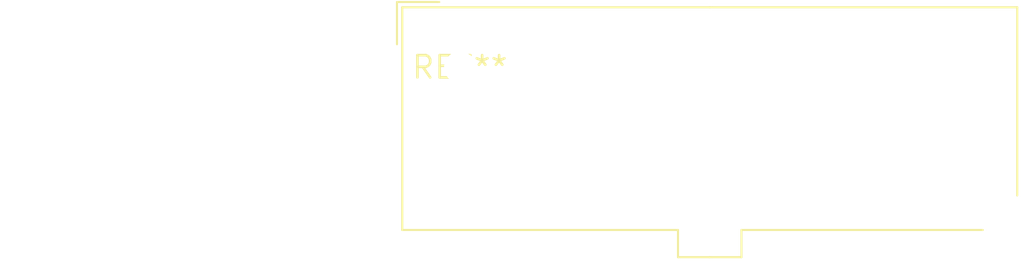
<source format=kicad_pcb>
(kicad_pcb (version 20240108) (generator pcbnew)
  (layers (0 "F.Cu" signal) (31 "B.Cu" signal) (34 "B.Paste" user) (35 "F.Paste" user) (36 "B.SilkS" user "B.Silkscreen") (37 "F.SilkS" user "F.Silkscreen") (38 "B.Mask" user) (39 "F.Mask" user) (44 "Edge.Cuts" user))
  (net 0 "")
  (footprint "Molex_Mega-Fit_76829-0112_2x06_P5.70mm_Vertical" (layer "F.Cu") (at 0 0)
    (property "Reference" "REF**")
    (property "Value" "Molex_Mega-Fit_76829-0112_2x06_P5.70mm_Vertical")
    (fp_line (start -3.585 -3.72) (end -1.175 -3.72) (layer "F.SilkS") (stroke (width 0.12)))
    (fp_line (start -3.585 -1.31) (end -3.585 -3.72) (layer "F.SilkS") (stroke (width 0.12)))
    (fp_line (start -3.285 -3.42) (end -3.285 9.28) (layer "F.SilkS") (stroke (width 0.12)))
    (fp_line (start -3.285 9.28) (end 12.44 9.28) (layer "F.SilkS") (stroke (width 0.12)))
    (fp_line (start 12.44 9.28) (end 12.44 10.83) (layer "F.SilkS") (stroke (width 0.12)))
    (fp_line (start 12.44 10.83) (end 14.25 10.83) (layer "F.SilkS") (stroke (width 0.12)))
    (fp_line (start 14.25 -3.42) (end -3.285 -3.42) (layer "F.SilkS") (stroke (width 0.12)))
    (fp_line (start 14.25 -3.42) (end 31.785 -3.42) (layer "F.SilkS") (stroke (width 0.12)))
    (fp_line (start 16.06 9.28) (end 16.06 10.83) (layer "F.SilkS") (stroke (width 0.12)))
    (fp_line (start 16.06 10.83) (end 14.25 10.83) (layer "F.SilkS") (stroke (width 0.12)))
    (fp_line (start 29.82 9.28) (end 16.06 9.28) (layer "F.SilkS") (stroke (width 0.12)))
    (fp_line (start 31.785 -3.42) (end 31.785 7.31) (layer "F.SilkS") (stroke (width 0.12)))
    (pad "" np_thru_hole circle (at 30.98 8.47) (size 1.8 1.8) (drill 1.8) (layers *.Cu *.Mask))
    (pad "1" thru_hole roundrect (at 0 0) (size 3.7 3.7) (drill 1.8) (layers *.Cu *.Mask) (remove_unused_layers) (roundrect_rratio 0.067568))
    (pad "2" thru_hole circle (at 5.7 0) (size 3.7 3.7) (drill 1.8) (layers *.Cu *.Mask) (remove_unused_layers))
    (pad "3" thru_hole circle (at 11.4 0) (size 3.7 3.7) (drill 1.8) (layers *.Cu *.Mask) (remove_unused_layers))
    (pad "4" thru_hole circle (at 17.1 0) (size 3.7 3.7) (drill 1.8) (layers *.Cu *.Mask) (remove_unused_layers))
    (pad "5" thru_hole circle (at 22.8 0) (size 3.7 3.7) (drill 1.8) (layers *.Cu *.Mask) (remove_unused_layers))
    (pad "6" thru_hole circle (at 28.5 0) (size 3.7 3.7) (drill 1.8) (layers *.Cu *.Mask) (remove_unused_layers))
    (pad "7" thru_hole circle (at 0 5.7) (size 3.7 3.7) (drill 1.8) (layers *.Cu *.Mask) (remove_unused_layers))
    (pad "8" thru_hole circle (at 5.7 5.7) (size 3.7 3.7) (drill 1.8) (layers *.Cu *.Mask) (remove_unused_layers))
    (pad "9" thru_hole circle (at 11.4 5.7) (size 3.7 3.7) (drill 1.8) (layers *.Cu *.Mask) (remove_unused_layers))
    (pad "10" thru_hole circle (at 17.1 5.7) (size 3.7 3.7) (drill 1.8) (layers *.Cu *.Mask) (remove_unused_layers))
    (pad "11" thru_hole circle (at 22.8 5.7) (size 3.7 3.7) (drill 1.8) (layers *.Cu *.Mask) (remove_unused_layers))
    (pad "12" thru_hole circle (at 28.5 5.7) (size 3.7 3.7) (drill 1.8) (layers *.Cu *.Mask) (remove_unused_layers))
  )
)
</source>
